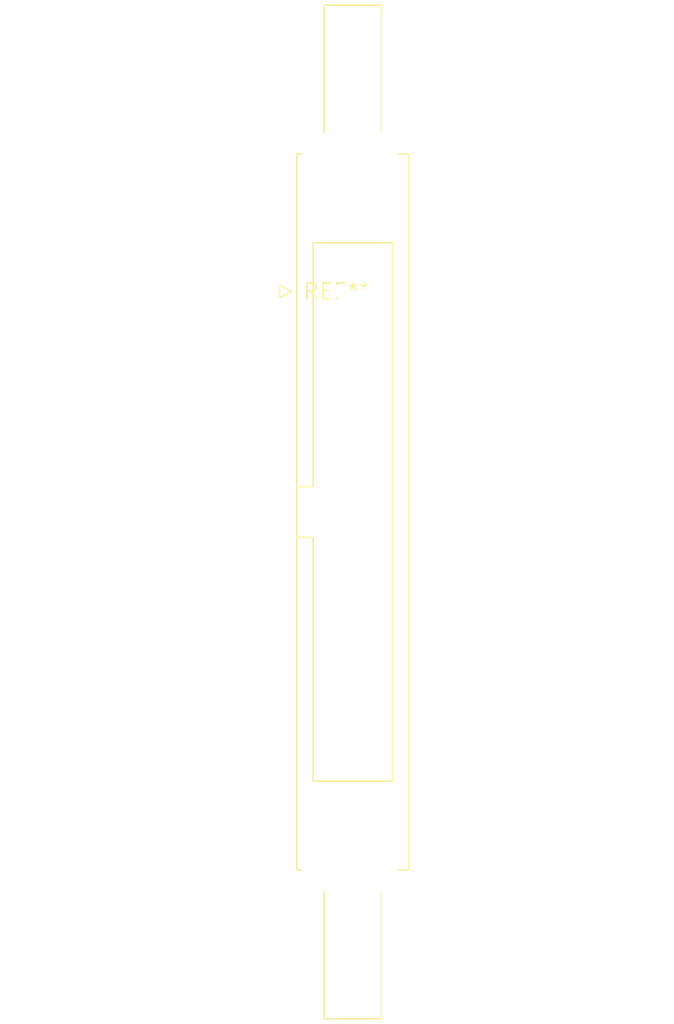
<source format=kicad_pcb>
(kicad_pcb (version 20240108) (generator pcbnew)
  (layers (0 "F.Cu" signal) (31 "B.Cu" signal) (34 "B.Paste" user) (35 "F.Paste" user) (36 "B.SilkS" user "B.Silkscreen") (37 "F.SilkS" user "F.Silkscreen") (38 "B.Mask" user) (39 "F.Mask" user) (44 "Edge.Cuts" user))
  (net 0 "")
  (footprint "IDC-Header_2x15-1MP_P2.54mm_Latch12.0mm_Vertical" (layer "F.Cu") (at 0 0)
    (property "Reference" "REF**")
    (property "Value" "IDC-Header_2x15-1MP_P2.54mm_Latch12.0mm_Vertical")
    (fp_line (start -4.63 -0.5) (end -4.63 0.5) (layer "F.SilkS") (stroke (width 0.12)))
    (fp_line (start -4.63 0.5) (end -3.63 0) (layer "F.SilkS") (stroke (width 0.12)))
    (fp_line (start -3.63 0) (end -4.63 -0.5) (layer "F.SilkS") (stroke (width 0.12)))
    (fp_line (start -3.24 -11.08) (end -3.24 46.64) (layer "F.SilkS") (stroke (width 0.12)))
    (fp_line (start -3.24 15.73) (end -1.93 15.73) (layer "F.SilkS") (stroke (width 0.12)))
    (fp_line (start -3.24 46.64) (end -2.87 46.64) (layer "F.SilkS") (stroke (width 0.12)))
    (fp_line (start -2.87 -11.08) (end -3.24 -11.08) (layer "F.SilkS") (stroke (width 0.12)))
    (fp_line (start -1.93 -3.92) (end 4.47 -3.92) (layer "F.SilkS") (stroke (width 0.12)))
    (fp_line (start -1.93 15.73) (end -1.93 -3.92) (layer "F.SilkS") (stroke (width 0.12)))
    (fp_line (start -1.93 19.83) (end -3.24 19.83) (layer "F.SilkS") (stroke (width 0.12)))
    (fp_line (start -1.93 19.83) (end -1.93 19.83) (layer "F.SilkS") (stroke (width 0.12)))
    (fp_line (start -1.93 39.48) (end -1.93 19.83) (layer "F.SilkS") (stroke (width 0.12)))
    (fp_line (start -1.04 -23.08) (end 3.58 -23.08) (layer "F.SilkS") (stroke (width 0.12)))
    (fp_line (start -1.04 -12.83) (end -1.04 -23.08) (layer "F.SilkS") (stroke (width 0.12)))
    (fp_line (start -1.04 48.39) (end -1.04 58.64) (layer "F.SilkS") (stroke (width 0.12)))
    (fp_line (start -1.04 58.64) (end 3.58 58.64) (layer "F.SilkS") (stroke (width 0.12)))
    (fp_line (start 3.58 -23.08) (end 3.58 -12.83) (layer "F.SilkS") (stroke (width 0.12)))
    (fp_line (start 3.58 58.64) (end 3.58 48.39) (layer "F.SilkS") (stroke (width 0.12)))
    (fp_line (start 4.47 -3.92) (end 4.47 39.48) (layer "F.SilkS") (stroke (width 0.12)))
    (fp_line (start 4.47 39.48) (end -1.93 39.48) (layer "F.SilkS") (stroke (width 0.12)))
    (fp_line (start 4.91 -11.08) (end 5.78 -11.08) (layer "F.SilkS") (stroke (width 0.12)))
    (fp_line (start 5.78 -11.08) (end 5.78 46.64) (layer "F.SilkS") (stroke (width 0.12)))
    (fp_line (start 5.78 46.64) (end 4.91 46.64) (layer "F.SilkS") (stroke (width 0.12)))
    (pad "1" thru_hole roundrect (at 0 0) (size 1.7 1.7) (drill 1) (layers *.Cu *.Mask) (remove_unused_layers) (roundrect_rratio 0.147059))
    (pad "2" thru_hole circle (at 2.54 0) (size 1.7 1.7) (drill 1) (layers *.Cu *.Mask) (remove_unused_layers))
    (pad "3" thru_hole circle (at 0 2.54) (size 1.7 1.7) (drill 1) (layers *.Cu *.Mask) (remove_unused_layers))
    (pad "4" thru_hole circle (at 2.54 2.54) (size 1.7 1.7) (drill 1) (layers *.Cu *.Mask) (remove_unused_layers))
    (pad "5" thru_hole circle (at 0 5.08) (size 1.7 1.7) (drill 1) (layers *.Cu *.Mask) (remove_unused_layers))
    (pad "6" thru_hole circle (at 2.54 5.08) (size 1.7 1.7) (drill 1) (layers *.Cu *.Mask) (remove_unused_layers))
    (pad "7" thru_hole circle (at 0 7.62) (size 1.7 1.7) (drill 1) (layers *.Cu *.Mask) (remove_unused_layers))
    (pad "8" thru_hole circle (at 2.54 7.62) (size 1.7 1.7) (drill 1) (layers *.Cu *.Mask) (remove_unused_layers))
    (pad "9" thru_hole circle (at 0 10.16) (size 1.7 1.7) (drill 1) (layers *.Cu *.Mask) (remove_unused_layers))
    (pad "10" thru_hole circle (at 2.54 10.16) (size 1.7 1.7) (drill 1) (layers *.Cu *.Mask) (remove_unused_layers))
    (pad "11" thru_hole circle (at 0 12.7) (size 1.7 1.7) (drill 1) (layers *.Cu *.Mask) (remove_unused_layers))
    (pad "12" thru_hole circle (at 2.54 12.7) (size 1.7 1.7) (drill 1) (layers *.Cu *.Mask) (remove_unused_layers))
    (pad "13" thru_hole circle (at 0 15.24) (size 1.7 1.7) (drill 1) (layers *.Cu *.Mask) (remove_unused_layers))
    (pad "14" thru_hole circle (at 2.54 15.24) (size 1.7 1.7) (drill 1) (layers *.Cu *.Mask) (remove_unused_layers))
    (pad "15" thru_hole circle (at 0 17.78) (size 1.7 1.7) (drill 1) (layers *.Cu *.Mask) (remove_unused_layers))
    (pad "16" thru_hole circle (at 2.54 17.78) (size 1.7 1.7) (drill 1) (layers *.Cu *.Mask) (remove_unused_layers))
    (pad "17" thru_hole circle (at 0 20.32) (size 1.7 1.7) (drill 1) (layers *.Cu *.Mask) (remove_unused_layers))
    (pad "18" thru_hole circle (at 2.54 20.32) (size 1.7 1.7) (drill 1) (layers *.Cu *.Mask) (remove_unused_layers))
    (pad "19" thru_hole circle (at 0 22.86) (size 1.7 1.7) (drill 1) (layers *.Cu *.Mask) (remove_unused_layers))
    (pad "20" thru_hole circle (at 2.54 22.86) (size 1.7 1.7) (drill 1) (layers *.Cu *.Mask) (remove_unused_layers))
    (pad "21" thru_hole circle (at 0 25.4) (size 1.7 1.7) (drill 1) (layers *.Cu *.Mask) (remove_unused_layers))
    (pad "22" thru_hole circle (at 2.54 25.4) (size 1.7 1.7) (drill 1) (layers *.Cu *.Mask) (remove_unused_layers))
    (pad "23" thru_hole circle (at 0 27.94) (size 1.7 1.7) (drill 1) (layers *.Cu *.Mask) (remove_unused_layers))
    (pad "24" thru_hole circle (at 2.54 27.94) (size 1.7 1.7) (drill 1) (layers *.Cu *.Mask) (remove_unused_layers))
    (pad "25" thru_hole circle (at 0 30.48) (size 1.7 1.7) (drill 1) (layers *.Cu *.Mask) (remove_unused_layers))
    (pad "26" thru_hole circle (at 2.54 30.48) (size 1.7 1.7) (drill 1) (layers *.Cu *.Mask) (remove_unused_layers))
    (pad "27" thru_hole circle (at 0 33.02) (size 1.7 1.7) (drill 1) (layers *.Cu *.Mask) (remove_unused_layers))
    (pad "28" thru_hole circle (at 2.54 33.02) (size 1.7 1.7) (drill 1) (layers *.Cu *.Mask) (remove_unused_layers))
    (pad "29" thru_hole circle (at 0 35.56) (size 1.7 1.7) (drill 1) (layers *.Cu *.Mask) (remove_unused_layers))
    (pad "30" thru_hole circle (at 2.54 35.56) (size 1.7 1.7) (drill 1) (layers *.Cu *.Mask) (remove_unused_layers))
    (pad "MP" thru_hole circle (at 1.02 -8.94) (size 8 8) (drill 2.69) (layers *.Cu *.Mask) (remove_unused_layers))
    (pad "MP" thru_hole circle (at 1.02 44.5) (size 8 8) (drill 2.69) (layers *.Cu *.Mask) (remove_unused_layers))
  )
)
</source>
